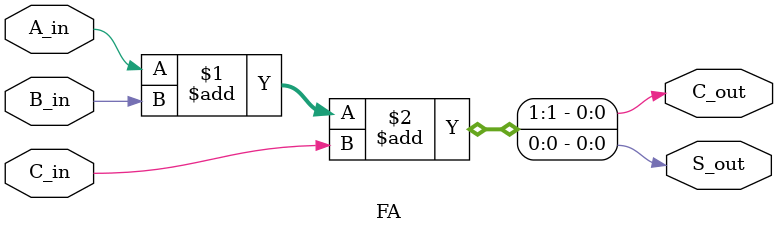
<source format=sv>
`timescale 1ns / 1ps


module FA( input A_in,
			input B_in,
			input C_in,
			output logic S_out,
			output logic C_out
    );
	
	assign {C_out, S_out} = A_in + B_in + C_in;
	
endmodule

</source>
